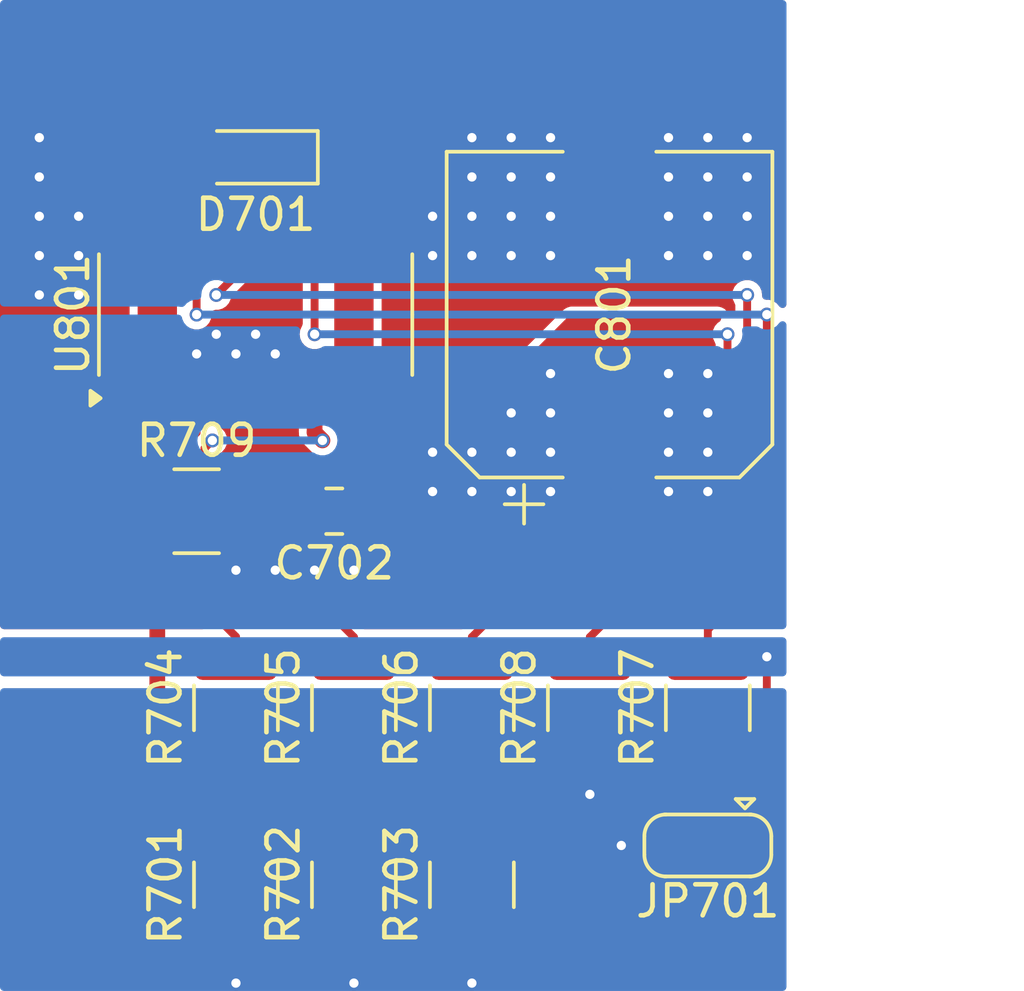
<source format=kicad_pcb>
(kicad_pcb (version 20240108) (generator "pcbnew") (generator_version "8.0")
  (layers (0 "F.Cu" mixed) (31 "B.Cu" mixed) (34 "B.Paste" user) (35 "F.Paste" user) (36 "B.SilkS" user "B.Silkscreen") (37 "F.SilkS" user "F.Silkscreen") (38 "B.Mask" user) (39 "F.Mask" user) (44 "Edge.Cuts" user))
  (net 0 "")
  (net 1 "GND")
  (net 2 "/VCC")
  (net 3 "/OUT_A")
  (net 4 "/OUT_B")
  (net 5 "+5VA_full-bridge")
  (net 6 "/sel0_in")
  (net 7 "/IN_A")
  (net 8 "/IN_B")
  (net 9 "/PWM")
  (net 10 "/in_a")
  (net 11 "/in_b")
  (net 12 "/pwm")
  (net 13 "/sel0")
  (net 14 "/cs")
  (footprint "enclosure:R_1210_3225Metric_Pad1.30x2.65mm_HandSolder" (layer "F.Cu") (at 58.42 69.85 90)
    (property "Reference" "R704" (at 0 -2.28 -90) (layer "F.SilkS"))
    (property "Value" "1k")
    (fp_line (start -0.723737 -1.355) (end 0.723737 -1.355) (stroke (width 0.12)) (layer "F.SilkS"))
    (fp_line (start -0.723737 1.355) (end 0.723737 1.355) (stroke (width 0.12)) (layer "F.SilkS"))
    (pad "1" smd roundrect (at -1.55 0 90) (size 1.3 2.65) (layers "F.Cu" "F.Paste" "F.Mask") (roundrect_rratio 0.192308) (net 7 "/IN_A"))
    (pad "2" smd roundrect (at 1.55 0 90) (size 1.3 2.65) (layers "F.Cu" "F.Paste" "F.Mask") (roundrect_rratio 0.192308) (net 10 "/in_a"))
  )
  (footprint "enclosure:R_1210_3225Metric_Pad1.30x2.65mm_HandSolder" (layer "F.Cu") (at 66.04 69.85 90)
    (property "Reference" "R706" (at 0 -2.28 -90) (layer "F.SilkS"))
    (property "Value" "1k")
    (fp_line (start -0.723737 -1.355) (end 0.723737 -1.355) (stroke (width 0.12)) (layer "F.SilkS"))
    (fp_line (start -0.723737 1.355) (end 0.723737 1.355) (stroke (width 0.12)) (layer "F.SilkS"))
    (pad "1" smd roundrect (at -1.55 0 90) (size 1.3 2.65) (layers "F.Cu" "F.Paste" "F.Mask") (roundrect_rratio 0.192308) (net 9 "/PWM"))
    (pad "2" smd roundrect (at 1.55 0 90) (size 1.3 2.65) (layers "F.Cu" "F.Paste" "F.Mask") (roundrect_rratio 0.192308) (net 12 "/pwm"))
  )
  (footprint "enclosure:SO-16_3.9x9.9mm_P1.27mm" (layer "F.Cu") (at 59.055 57.15 90)
    (property "Reference" "U801" (at 0 -5.9 -90) (layer "F.SilkS"))
    (property "Value" "VNH7070ASTR")
    (fp_line (start 0 -5.06) (end 1.95 -5.06) (stroke (width 0.12)) (layer "F.SilkS"))
    (fp_line (start 0 -5.06) (end -1.95 -5.06) (stroke (width 0.12)) (layer "F.SilkS"))
    (fp_line (start 0 5.06) (end 1.95 5.06) (stroke (width 0.12)) (layer "F.SilkS"))
    (fp_line (start 0 5.06) (end -1.95 5.06) (stroke (width 0.12)) (layer "F.SilkS"))
    (fp_poly (pts (xy -2.7 -5.005) (xy -2.94 -5.335) (xy -2.46 -5.335) (xy -2.7 -5.005)) (stroke (width 0.12)) (fill solid) (layer "F.SilkS"))
    (pad "1" smd roundrect (at -2.575 -4.445 90) (size 1.75 0.6) (layers "F.Cu" "F.Paste" "F.Mask") (net 1 "GND"))
    (pad "2" smd roundrect (at -2.575 -3.175 90) (size 1.75 0.6) (layers "F.Cu" "F.Paste" "F.Mask") (net 3 "/OUT_A"))
    (pad "3" smd roundrect (at -2.575 -1.905 90) (size 1.75 0.6) (layers "F.Cu" "F.Paste" "F.Mask") (net 10 "/in_a"))
    (pad "4" smd roundrect (at -2.575 -0.635 90) (size 1.75 0.6) (layers "F.Cu" "F.Paste" "F.Mask") (net 2 "/VCC"))
    (pad "5" smd roundrect (at -2.575 0.635 90) (size 1.75 0.6) (layers "F.Cu" "F.Paste" "F.Mask") (net 2 "/VCC"))
    (pad "6" smd roundrect (at -2.575 1.905 90) (size 1.75 0.6) (layers "F.Cu" "F.Paste" "F.Mask") (net 11 "/in_b"))
    (pad "7" smd roundrect (at -2.575 3.175 90) (size 1.75 0.6) (layers "F.Cu" "F.Paste" "F.Mask") (net 4 "/OUT_B"))
    (pad "8" smd roundrect (at -2.575 4.445 90) (size 1.75 0.6) (layers "F.Cu" "F.Paste" "F.Mask") (net 1 "GND"))
    (pad "9" smd roundrect (at 2.575 4.445 90) (size 1.75 0.6) (layers "F.Cu" "F.Paste" "F.Mask") (net 1 "GND"))
    (pad "10" smd roundrect (at 2.575 3.175 90) (size 1.75 0.6) (layers "F.Cu" "F.Paste" "F.Mask") (net 4 "/OUT_B"))
    (pad "11" smd roundrect (at 2.575 1.905 90) (size 1.75 0.6) (layers "F.Cu" "F.Paste" "F.Mask") (net 12 "/pwm"))
    (pad "12" smd roundrect (at 2.575 0.635 90) (size 1.75 0.6) (layers "F.Cu" "F.Paste" "F.Mask") (net 2 "/VCC"))
    (pad "13" smd roundrect (at 2.575 -0.635 90) (size 1.75 0.6) (layers "F.Cu" "F.Paste" "F.Mask") (net 14 "/cs"))
    (pad "14" smd roundrect (at 2.575 -1.905 90) (size 1.75 0.6) (layers "F.Cu" "F.Paste" "F.Mask") (net 13 "/sel0"))
    (pad "15" smd roundrect (at 2.575 -3.175 90) (size 1.75 0.6) (layers "F.Cu" "F.Paste" "F.Mask") (net 3 "/OUT_A"))
    (pad "16" smd roundrect (at 2.575 -4.445 90) (size 1.75 0.6) (layers "F.Cu" "F.Paste" "F.Mask") (net 1 "GND"))
  )
  (footprint "enclosure:R_1210_3225Metric_Pad1.30x2.65mm_HandSolder" (layer "F.Cu") (at 69.85 69.85 90)
    (property "Reference" "R708" (at 0 -2.28 -90) (layer "F.SilkS"))
    (property "Value" "1k")
    (fp_line (start -0.723737 -1.355) (end 0.723737 -1.355) (stroke (width 0.12)) (layer "F.SilkS"))
    (fp_line (start -0.723737 1.355) (end 0.723737 1.355) (stroke (width 0.12)) (layer "F.SilkS"))
    (pad "1" smd roundrect (at -1.55 0 90) (size 1.3 2.65) (layers "F.Cu" "F.Paste" "F.Mask") (roundrect_rratio 0.192308) (net 1 "GND"))
    (pad "2" smd roundrect (at 1.55 0 90) (size 1.3 2.65) (layers "F.Cu" "F.Paste" "F.Mask") (roundrect_rratio 0.192308) (net 14 "/cs"))
  )
  (footprint "enclosure:R_1210_3225Metric_Pad1.30x2.65mm_HandSolder" (layer "F.Cu") (at 66.04 75.565 90)
    (property "Reference" "R703" (at 0 -2.28 -90) (layer "F.SilkS"))
    (property "Value" "1M")
    (fp_line (start -0.723737 -1.355) (end 0.723737 -1.355) (stroke (width 0.12)) (layer "F.SilkS"))
    (fp_line (start -0.723737 1.355) (end 0.723737 1.355) (stroke (width 0.12)) (layer "F.SilkS"))
    (pad "1" smd roundrect (at -1.55 0 90) (size 1.3 2.65) (layers "F.Cu" "F.Paste" "F.Mask") (roundrect_rratio 0.192308) (net 1 "GND"))
    (pad "2" smd roundrect (at 1.55 0 90) (size 1.3 2.65) (layers "F.Cu" "F.Paste" "F.Mask") (roundrect_rratio 0.192308) (net 9 "/PWM"))
  )
  (footprint "enclosure:R_1210_3225Metric_Pad1.30x2.65mm_HandSolder" (layer "F.Cu") (at 62.23 69.85 90)
    (property "Reference" "R705" (at 0 -2.28 -90) (layer "F.SilkS"))
    (property "Value" "1k")
    (fp_line (start -0.723737 -1.355) (end 0.723737 -1.355) (stroke (width 0.12)) (layer "F.SilkS"))
    (fp_line (start -0.723737 1.355) (end 0.723737 1.355) (stroke (width 0.12)) (layer "F.SilkS"))
    (pad "1" smd roundrect (at -1.55 0 90) (size 1.3 2.65) (layers "F.Cu" "F.Paste" "F.Mask") (roundrect_rratio 0.192308) (net 8 "/IN_B"))
    (pad "2" smd roundrect (at 1.55 0 90) (size 1.3 2.65) (layers "F.Cu" "F.Paste" "F.Mask") (roundrect_rratio 0.192308) (net 11 "/in_b"))
  )
  (footprint "enclosure:CP_Elec_10x10" (layer "F.Cu") (at 70.485 57.15 90)
    (property "Reference" "C801" (at 0 0.15 -90) (layer "F.SilkS"))
    (property "Value" "470u")
    (fp_line (start 5.26 -5.26) (end 5.26 -1.51) (stroke (width 0.12)) (layer "F.SilkS"))
    (fp_line (start -4.195563 -5.26) (end 5.26 -5.26) (stroke (width 0.12)) (layer "F.SilkS"))
    (fp_line (start -5.26 -4.195563) (end -4.195563 -5.26) (stroke (width 0.12)) (layer "F.SilkS"))
    (fp_line (start -5.26 -4.195563) (end -5.26 -1.51) (stroke (width 0.12)) (layer "F.SilkS"))
    (fp_line (start -6.125 -3.385) (end -6.125 -2.135) (stroke (width 0.12)) (layer "F.SilkS"))
    (fp_line (start -6.75 -2.76) (end -5.5 -2.76) (stroke (width 0.12)) (layer "F.SilkS"))
    (fp_line (start -5.26 4.195563) (end -5.26 1.51) (stroke (width 0.12)) (layer "F.SilkS"))
    (fp_line (start -5.26 4.195563) (end -4.195563 5.26) (stroke (width 0.12)) (layer "F.SilkS"))
    (fp_line (start 5.26 5.26) (end 5.26 1.51) (stroke (width 0.12)) (layer "F.SilkS"))
    (fp_line (start -4.195563 5.26) (end 5.26 5.26) (stroke (width 0.12)) (layer "F.SilkS"))
    (pad "1" smd roundrect (at -4 0 90) (size 4 2.5) (layers "F.Cu" "F.Paste" "F.Mask") (roundrect_rratio 0.1) (net 2 "/VCC"))
    (pad "2" smd roundrect (at 4 0 90) (size 4 2.5) (layers "F.Cu" "F.Paste" "F.Mask") (roundrect_rratio 0.1) (net 1 "GND"))
  )
  (footprint "enclosure:R_1210_3225Metric_Pad1.30x2.65mm_HandSolder" (layer "F.Cu") (at 62.23 75.565 90)
    (property "Reference" "R702" (at 0 -2.28 -90) (layer "F.SilkS"))
    (property "Value" "1M")
    (fp_line (start -0.723737 -1.355) (end 0.723737 -1.355) (stroke (width 0.12)) (layer "F.SilkS"))
    (fp_line (start -0.723737 1.355) (end 0.723737 1.355) (stroke (width 0.12)) (layer "F.SilkS"))
    (pad "1" smd roundrect (at -1.55 0 90) (size 1.3 2.65) (layers "F.Cu" "F.Paste" "F.Mask") (roundrect_rratio 0.192308) (net 1 "GND"))
    (pad "2" smd roundrect (at 1.55 0 90) (size 1.3 2.65) (layers "F.Cu" "F.Paste" "F.Mask") (roundrect_rratio 0.192308) (net 8 "/IN_B"))
  )
  (footprint "enclosure:D_SOD-323_HandSoldering" (layer "F.Cu") (at 59.055 52.07 180)
    (property "Reference" "D701" (at 0 -1.85 180) (layer "F.SilkS"))
    (property "Value" "D_TVS")
    (fp_line (start -2.01 0.85) (end 1.25 0.85) (stroke (width 0.12)) (layer "F.SilkS"))
    (fp_line (start -2.01 -0.85) (end 1.25 -0.85) (stroke (width 0.12)) (layer "F.SilkS"))
    (fp_line (start -2.01 -0.85) (end -2.01 0.85) (stroke (width 0.12)) (layer "F.SilkS"))
    (pad "1" smd roundrect (at -1.25 0 180) (size 1 1) (layers "F.Cu" "F.Paste" "F.Mask") (net 4 "/OUT_B"))
    (pad "2" smd roundrect (at 1.25 0 180) (size 1 1) (layers "F.Cu" "F.Paste" "F.Mask") (net 3 "/OUT_A"))
  )
  (footprint "enclosure:C_0805_2012Metric_Pad1.18x1.45mm_HandSolder" (layer "F.Cu") (at 61.595 63.5 180)
    (property "Reference" "C702" (at 0 -1.68 180) (layer "F.SilkS"))
    (property "Value" "100n")
    (fp_line (start -0.261252 0.735) (end 0.261252 0.735) (stroke (width 0.12)) (layer "F.SilkS"))
    (fp_line (start -0.261252 -0.735) (end 0.261252 -0.735) (stroke (width 0.12)) (layer "F.SilkS"))
    (pad "1" smd roundrect (at -1.0375 0 180) (size 1.175 1.45) (layers "F.Cu" "F.Paste" "F.Mask") (roundrect_rratio 0.212766) (net 1 "GND"))
    (pad "2" smd roundrect (at 1.0375 0 180) (size 1.175 1.45) (layers "F.Cu" "F.Paste" "F.Mask") (roundrect_rratio 0.212766) (net 2 "/VCC"))
  )
  (footprint "enclosure:R_1210_3225Metric_Pad1.30x2.65mm_HandSolder" (layer "F.Cu") (at 58.42 75.565 90)
    (property "Reference" "R701" (at 0 -2.28 -90) (layer "F.SilkS"))
    (property "Value" "1M")
    (fp_line (start -0.723737 -1.355) (end 0.723737 -1.355) (stroke (width 0.12)) (layer "F.SilkS"))
    (fp_line (start -0.723737 1.355) (end 0.723737 1.355) (stroke (width 0.12)) (layer "F.SilkS"))
    (pad "1" smd roundrect (at -1.55 0 90) (size 1.3 2.65) (layers "F.Cu" "F.Paste" "F.Mask") (roundrect_rratio 0.192308) (net 1 "GND"))
    (pad "2" smd roundrect (at 1.55 0 90) (size 1.3 2.65) (layers "F.Cu" "F.Paste" "F.Mask") (roundrect_rratio 0.192308) (net 7 "/IN_A"))
  )
  (footprint "enclosure:SolderJumper-3_P1.3mm_Bridged12-Soldermask-Paste_RoundedPad1.0x1.5mm" (layer "F.Cu") (at 73.66 74.295 180)
    (property "Reference" "JP701" (at 0 -1.8 180) (layer "F.SilkS"))
    (property "Value" "SolderJumper_3_Bridged12")
    (fp_line (start 2.05 -0.3) (end 2.05 0.3) (stroke (width 0.12)) (layer "F.SilkS"))
    (fp_line (start 1.4 1) (end -1.4 1) (stroke (width 0.12)) (layer "F.SilkS"))
    (fp_line (start -1.2 1.2) (end -0.9 1.5) (stroke (width 0.12)) (layer "F.SilkS"))
    (fp_line (start -1.2 1.2) (end -1.5 1.5) (stroke (width 0.12)) (layer "F.SilkS"))
    (fp_line (start -1.4 -1) (end 1.4 -1) (stroke (width 0.12)) (layer "F.SilkS"))
    (fp_line (start -1.5 1.5) (end -0.9 1.5) (stroke (width 0.12)) (layer "F.SilkS"))
    (fp_line (start -2.05 0.3) (end -2.05 -0.3) (stroke (width 0.12)) (layer "F.SilkS"))
    (fp_arc (start 2.05 0.3) (mid 1.844975 0.794975) (end 1.35 1) (stroke (width 0.12)) (layer "F.SilkS"))
    (fp_arc (start 1.35 -1) (mid 1.844975 -0.794975) (end 2.05 -0.3) (stroke (width 0.12)) (layer "F.SilkS"))
    (fp_arc (start -1.35 1) (mid -1.844975 0.794975) (end -2.05 0.3) (stroke (width 0.12)) (layer "F.SilkS"))
    (fp_arc (start -2.05 -0.3) (mid -1.844975 -0.794975) (end -1.35 -1) (stroke (width 0.12)) (layer "F.SilkS"))
    (pad "1" smd custom (at -1.3 0 180) (size 1 0.5) (layers "F.Cu" "F.Paste" "F.Mask") (net 5 "+5VA_full-bridge") (options (clearance outline) (anchor rect)) (primitives (gr_circle (center 0 0.25) (end 0.5 0.25) (width 0) (fill yes)) (gr_circle (center 0 -0.25) (end 0.5 -0.25) (width 0) (fill yes)) (gr_poly (pts (xy 0.55 0.75) (xy 0 0.75) (xy 0 -0.75) (xy 0.55 -0.75)) (width 0) (fill yes))))
    (pad "2" smd rect (at 0 0 180) (size 1 1.5) (layers "F.Cu" "F.Paste" "F.Mask") (net 6 "/sel0_in"))
    (pad "3" smd custom (at 1.3 0 180) (size 1 0.5) (layers "F.Cu" "F.Mask") (net 1 "GND") (options (clearance outline) (anchor rect)) (primitives (gr_circle (center 0 0.25) (end 0.5 0.25) (width 0) (fill yes)) (gr_circle (center 0 -0.25) (end 0.5 -0.25) (width 0) (fill yes)) (gr_poly (pts (xy 0 0.75) (xy -0.55 0.75) (xy -0.55 -0.75) (xy 0 -0.75)) (width 0) (fill yes))))
  )
  (footprint "enclosure:R_1210_3225Metric_Pad1.30x2.65mm_HandSolder" (layer "F.Cu") (at 73.66 69.85 90)
    (property "Reference" "R707" (at 0 -2.28 -90) (layer "F.SilkS"))
    (property "Value" "1k")
    (fp_line (start -0.723737 -1.355) (end 0.723737 -1.355) (stroke (width 0.12)) (layer "F.SilkS"))
    (fp_line (start -0.723737 1.355) (end 0.723737 1.355) (stroke (width 0.12)) (layer "F.SilkS"))
    (pad "1" smd roundrect (at -1.55 0 90) (size 1.3 2.65) (layers "F.Cu" "F.Paste" "F.Mask") (roundrect_rratio 0.192308) (net 6 "/sel0_in"))
    (pad "2" smd roundrect (at 1.55 0 90) (size 1.3 2.65) (layers "F.Cu" "F.Paste" "F.Mask") (roundrect_rratio 0.192308) (net 13 "/sel0"))
  )
  (footprint "enclosure:R_1210_3225Metric_Pad1.30x2.65mm_HandSolder" (layer "F.Cu") (at 57.15 63.5)
    (property "Reference" "R709" (at 0 -2.28 0) (layer "F.SilkS"))
    (property "Value" "10k")
    (fp_line (start -0.723737 -1.355) (end 0.723737 -1.355) (stroke (width 0.12)) (layer "F.SilkS"))
    (fp_line (start -0.723737 1.355) (end 0.723737 1.355) (stroke (width 0.12)) (layer "F.SilkS"))
    (pad "1" smd roundrect (at -1.55 0) (size 1.3 2.65) (layers "F.Cu" "F.Paste" "F.Mask") (roundrect_rratio 0.192308) (net 3 "/OUT_A"))
    (pad "2" smd roundrect (at 1.55 0) (size 1.3 2.65) (layers "F.Cu" "F.Paste" "F.Mask") (roundrect_rratio 0.192308) (net 2 "/VCC"))
  )
  (segment (start 66.04 77.115) (end 66.04 78.74) (width 0.508) (layer "F.Cu") (net 1))
  (segment (start 72.36 74.295) (end 70.866 74.295) (width 0.508) (layer "F.Cu") (net 1))
  (segment (start 63.5 54.575) (end 63.5 59.725) (width 0.508) (layer "F.Cu") (net 1))
  (segment (start 63.5 59.725) (end 63.5 60.96) (width 0.508) (layer "F.Cu") (net 1))
  (segment (start 58.42 77.115) (end 58.42 78.74) (width 0.508) (layer "F.Cu") (net 1))
  (segment (start 62.6325 61.8275) (end 62.6325 63.5) (width 0.508) (layer "F.Cu") (net 1))
  (segment (start 69.85 71.4) (end 69.85 72.644) (width 0.508) (layer "F.Cu") (net 1))
  (segment (start 62.23 77.115) (end 62.23 78.74) (width 0.508) (layer "F.Cu") (net 1))
  (segment (start 63.5 60.96) (end 62.6325 61.8275) (width 0.508) (layer "F.Cu") (net 1))
  (segment (start 53.975 64.77) (end 55.88 66.675) (width 0.508) (layer "F.Cu") (net 1))
  (segment (start 55.88 66.675) (end 55.88 76.2) (width 0.508) (layer "F.Cu") (net 1))
  (segment (start 55.88 76.2) (end 56.795 77.115) (width 0.508) (layer "F.Cu") (net 1))
  (segment (start 53.975 62.23) (end 53.975 64.77) (width 0.508) (layer "F.Cu") (net 1))
  (segment (start 54.61 59.725) (end 54.61 54.575) (width 0.508) (layer "F.Cu") (net 1))
  (segment (start 54.61 59.725) (end 54.61 61.595) (width 0.508) (layer "F.Cu") (net 1))
  (segment (start 54.61 61.595) (end 53.975 62.23) (width 0.508) (layer "F.Cu") (net 1))
  (segment (start 56.795 77.115) (end 58.42 77.115) (width 0.508) (layer "F.Cu") (net 1))
  (via (at 72.39 51.435) (size 0.45) (drill 0.3) (layers "F.Cu" "B.Cu") (net 1))
  (via (at 53.34 53.975) (size 0.45) (drill 0.3) (layers "F.Cu" "B.Cu") (net 1))
  (via (at 72.39 55.245) (size 0.45) (drill 0.3) (layers "F.Cu" "B.Cu") (net 1))
  (via (at 67.31 51.435) (size 0.45) (drill 0.3) (layers "F.Cu" "B.Cu") (net 1))
  (via (at 73.66 52.705) (size 0.45) (drill 0.3) (layers "F.Cu" "B.Cu") (net 1))
  (via (at 68.58 51.435) (size 0.45) (drill 0.3) (layers "F.Cu" "B.Cu") (net 1))
  (via (at 67.31 53.975) (size 0.45) (drill 0.3) (layers "F.Cu" "B.Cu") (net 1))
  (via (at 74.93 51.435) (size 0.45) (drill 0.3) (layers "F.Cu" "B.Cu") (net 1))
  (via (at 52.07 55.245) (size 0.45) (drill 0.3) (layers "F.Cu" "B.Cu") (net 1))
  (via (at 64.77 55.245) (size 0.45) (drill 0.3) (layers "F.Cu" "B.Cu") (net 1))
  (via (at 53.34 56.515) (size 0.45) (drill 0.3) (layers "F.Cu" "B.Cu") (net 1))
  (via (at 58.42 78.74) (size 0.45) (drill 0.3) (layers "F.Cu" "B.Cu") (net 1))
  (via (at 69.85 72.644) (size 0.45) (drill 0.3) (layers "F.Cu" "B.Cu") (net 1))
  (via (at 74.93 53.975) (size 0.45) (drill 0.3) (layers "F.Cu" "B.Cu") (net 1))
  (via (at 70.866 74.295) (size 0.45) (drill 0.3) (layers "F.Cu" "B.Cu") (net 1))
  (via (at 73.66 53.975) (size 0.45) (drill 0.3) (layers "F.Cu" "B.Cu") (net 1))
  (via (at 74.93 52.705) (size 0.45) (drill 0.3) (layers "F.Cu" "B.Cu") (net 1))
  (via (at 62.23 78.74) (size 0.45) (drill 0.3) (layers "F.Cu" "B.Cu") (net 1))
  (via (at 52.07 53.975) (size 0.45) (drill 0.3) (layers "F.Cu" "B.Cu") (net 1))
  (via (at 53.34 55.245) (size 0.45) (drill 0.3) (layers "F.Cu" "B.Cu") (net 1))
  (via (at 68.58 53.975) (size 0.45) (drill 0.3) (layers "F.Cu" "B.Cu") (net 1))
  (via (at 66.04 53.975) (size 0.45) (drill 0.3) (layers "F.Cu" "B.Cu") (net 1))
  (via (at 66.04 52.705) (size 0.45) (drill 0.3) (layers "F.Cu" "B.Cu") (net 1))
  (via (at 73.66 51.435) (size 0.45) (drill 0.3) (layers "F.Cu" "B.Cu") (net 1))
  (via (at 52.07 51.435) (size 0.45) (drill 0.3) (layers "F.Cu" "B.Cu") (net 1))
  (via (at 66.04 55.245) (size 0.45) (drill 0.3) (layers "F.Cu" "B.Cu") (net 1))
  (via (at 52.07 52.705) (size 0.45) (drill 0.3) (layers "F.Cu" "B.Cu") (net 1))
  (via (at 52.07 56.515) (size 0.45) (drill 0.3) (layers "F.Cu" "B.Cu") (net 1))
  (via (at 68.58 55.245) (size 0.45) (drill 0.3) (layers "F.Cu" "B.Cu") (net 1))
  (via (at 67.31 52.705) (size 0.45) (drill 0.3) (layers "F.Cu" "B.Cu") (net 1))
  (via (at 64.77 53.975) (size 0.45) (drill 0.3) (layers "F.Cu" "B.Cu") (net 1))
  (via (at 66.04 51.435) (size 0.45) (drill 0.3) (layers "F.Cu" "B.Cu") (net 1))
  (via (at 72.39 52.705) (size 0.45) (drill 0.3) (layers "F.Cu" "B.Cu") (net 1))
  (via (at 67.31 55.245) (size 0.45) (drill 0.3) (layers "F.Cu" "B.Cu") (net 1))
  (via (at 73.66 55.245) (size 0.45) (drill 0.3) (layers "F.Cu" "B.Cu") (net 1))
  (via (at 68.58 52.705) (size 0.45) (drill 0.3) (layers "F.Cu" "B.Cu") (net 1))
  (via (at 66.04 78.74) (size 0.45) (drill 0.3) (layers "F.Cu" "B.Cu") (net 1))
  (via (at 72.39 53.975) (size 0.45) (drill 0.3) (layers "F.Cu" "B.Cu") (net 1))
  (via (at 74.93 55.245) (size 0.45) (drill 0.3) (layers "F.Cu" "B.Cu") (net 1))
  (segment (start 59.69 57.15) (end 59.69 54.575) (width 0.508) (layer "F.Cu") (net 2))
  (segment (start 58.42 59.725) (end 58.42 58.42) (width 0.508) (layer "F.Cu") (net 2))
  (segment (start 59.69 60.96) (end 59.69 59.725) (width 0.508) (layer "F.Cu") (net 2))
  (segment (start 58.7 63.5) (end 58.7 61.24) (width 0.508) (layer "F.Cu") (net 2))
  (segment (start 59.055 57.785) (end 59.69 57.15) (width 0.508) (layer "F.Cu") (net 2))
  (segment (start 58.42 60.96) (end 58.42 59.725) (width 0.508) (layer "F.Cu") (net 2))
  (segment (start 58.42 58.42) (end 59.055 57.785) (width 0.508) (layer "F.Cu") (net 2))
  (segment (start 58.7 61.24) (end 58.42 60.96) (width 0.508) (layer "F.Cu") (net 2))
  (segment (start 59.69 59.725) (end 59.69 58.42) (width 0.508) (layer "F.Cu") (net 2))
  (segment (start 60.5575 63.5) (end 60.5575 61.8275) (width 0.508) (layer "F.Cu") (net 2))
  (segment (start 60.5575 61.8275) (end 59.69 60.96) (width 0.508) (layer "F.Cu") (net 2))
  (segment (start 58.7 63.5) (end 60.5575 63.5) (width 0.508) (layer "F.Cu") (net 2))
  (segment (start 59.69 58.42) (end 59.69 57.15) (width 0.508) (layer "F.Cu") (net 2))
  (via (at 68.58 60.325) (size 0.45) (drill 0.3) (layers "F.Cu" "B.Cu") (net 2))
  (via (at 68.58 62.865) (size 0.45) (drill 0.3) (layers "F.Cu" "B.Cu") (net 2))
  (via (at 72.39 60.325) (size 0.45) (drill 0.3) (layers "F.Cu" "B.Cu") (net 2))
  (via (at 67.31 62.865) (size 0.45) (drill 0.3) (layers "F.Cu" "B.Cu") (net 2))
  (via (at 57.785 57.785) (size 0.45) (drill 0.3) (layers "F.Cu" "B.Cu") (net 2))
  (via (at 73.66 61.595) (size 0.45) (drill 0.3) (layers "F.Cu" "B.Cu") (net 2))
  (via (at 57.15 58.42) (size 0.45) (drill 0.3) (layers "F.Cu" "B.Cu") (net 2))
  (via (at 67.31 60.325) (size 0.45) (drill 0.3) (layers "F.Cu" "B.Cu") (net 2))
  (via (at 66.04 61.595) (size 0.45) (drill 0.3) (layers "F.Cu" "B.Cu") (net 2))
  (via (at 58.42 58.42) (size 0.45) (drill 0.3) (layers "F.Cu" "B.Cu") (net 2))
  (via (at 67.31 61.595) (size 0.45) (drill 0.3) (layers "F.Cu" "B.Cu") (net 2))
  (via (at 73.66 59.055) (size 0.45) (drill 0.3) (layers "F.Cu" "B.Cu") (net 2))
  (via (at 68.58 61.595) (size 0.45) (drill 0.3) (layers "F.Cu" "B.Cu") (net 2))
  (via (at 73.66 60.325) (size 0.45) (drill 0.3) (layers "F.Cu" "B.Cu") (net 2))
  (via (at 59.055 57.785) (size 0.45) (drill 0.3) (layers "F.Cu" "B.Cu") (net 2))
  (via (at 59.69 65.405) (size 0.45) (drill 0.3) (layers "F.Cu" "B.Cu") (net 2))
  (via (at 58.42 65.405) (size 0.45) (drill 0.3) (layers "F.Cu" "B.Cu") (net 2))
  (via (at 60.96 65.405) (size 0.45) (drill 0.3) (layers "F.Cu" "B.Cu") (net 2))
  (via (at 64.77 61.595) (size 0.45) (drill 0.3) (layers "F.Cu" "B.Cu") (net 2))
  (via (at 62.23 65.405) (size 0.45) (drill 0.3) (layers "F.Cu" "B.Cu") (net 2))
  (via (at 72.39 61.595) (size 0.45) (drill 0.3) (layers "F.Cu" "B.Cu") (net 2))
  (via (at 68.58 59.055) (size 0.45) (drill 0.3) (layers "F.Cu" "B.Cu") (net 2))
  (via (at 72.39 59.055) (size 0.45) (drill 0.3) (layers "F.Cu" "B.Cu") (net 2))
  (via (at 59.69 58.42) (size 0.45) (drill 0.3) (layers "F.Cu" "B.Cu") (net 2))
  (via (at 73.66 62.865) (size 0.45) (drill 0.3) (layers "F.Cu" "B.Cu") (net 2))
  (via (at 72.39 62.865) (size 0.45) (drill 0.3) (layers "F.Cu" "B.Cu") (net 2))
  (via (at 64.77 62.865) (size 0.45) (drill 0.3) (layers "F.Cu" "B.Cu") (net 2))
  (via (at 66.04 62.865) (size 0.45) (drill 0.3) (layers "F.Cu" "B.Cu") (net 2))
  (segment (start 55.88 54.575) (end 55.88 52.705) (width 0.508) (layer "F.Cu") (net 3))
  (segment (start 56.515 52.07) (end 57.805 52.07) (width 0.508) (layer "F.Cu") (net 3))
  (segment (start 55.88 59.725) (end 55.88 54.575) (width 0.508) (layer "F.Cu") (net 3))
  (segment (start 55.88 60.96) (end 55.6 61.24) (width 0.508) (layer "F.Cu") (net 3))
  (segment (start 55.88 52.705) (end 56.515 52.07) (width 0.508) (layer "F.Cu") (net 3))
  (segment (start 55.6 61.24) (end 55.6 63.5) (width 0.508) (layer "F.Cu") (net 3))
  (segment (start 55.88 59.725) (end 55.88 60.96) (width 0.508) (layer "F.Cu") (net 3))
  (segment (start 61.595 52.07) (end 60.305 52.07) (width 0.508) (layer "F.Cu") (net 4))
  (segment (start 62.23 59.725) (end 62.23 54.575) (width 0.508) (layer "F.Cu") (net 4))
  (segment (start 62.23 54.575) (end 62.23 52.705) (width 0.508) (layer "F.Cu") (net 4))
  (segment (start 62.23 52.705) (end 61.595 52.07) (width 0.508) (layer "F.Cu") (net 4))
  (segment (start 75.565 68.199) (end 75.565 73.69) (width 0.254) (layer "F.Cu") (net 5))
  (segment (start 75.565 73.69) (end 74.96 74.295) (width 0.254) (layer "F.Cu") (net 5))
  (via (at 75.565 68.199) (size 0.45) (drill 0.3) (layers "F.Cu" "B.Cu") (net 5))
  (segment (start 73.66 71.4) (end 73.66 74.295) (width 0.508) (layer "F.Cu") (net 6))
  (segment (start 58.42 71.4) (end 58.42 74.015) (width 0.508) (layer "F.Cu") (net 7))
  (segment (start 62.23 71.4) (end 62.23 74.015) (width 0.508) (layer "F.Cu") (net 8))
  (segment (start 66.04 71.4) (end 66.04 74.015) (width 0.508) (layer "F.Cu") (net 9))
  (segment (start 57.15 60.96) (end 56.896 61.214) (width 0.254) (layer "F.Cu") (net 10))
  (segment (start 57.15 59.725) (end 57.15 60.96) (width 0.254) (layer "F.Cu") (net 10))
  (segment (start 56.896 61.214) (end 56.896 66.027) (width 0.254) (layer "F.Cu") (net 10))
  (segment (start 58.42 67.551) (end 58.42 68.3) (width 0.254) (layer "F.Cu") (net 10))
  (segment (start 56.896 66.027) (end 58.42 67.551) (width 0.254) (layer "F.Cu") (net 10))
  (segment (start 57.658 61.214) (end 57.404 61.468) (width 0.254) (layer "F.Cu") (net 11))
  (segment (start 58.674 67.056) (end 61.722 67.056) (width 0.254) (layer "F.Cu") (net 11))
  (segment (start 60.96 59.725) (end 60.96 60.96) (width 0.508) (layer "F.Cu") (net 11))
  (segment (start 57.404 61.468) (end 57.404 65.786) (width 0.254) (layer "F.Cu") (net 11))
  (segment (start 61.722 67.056) (end 62.23 67.564) (width 0.254) (layer "F.Cu") (net 11))
  (segment (start 60.96 60.96) (end 61.214 61.214) (width 0.508) (layer "F.Cu") (net 11))
  (segment (start 57.404 65.786) (end 58.674 67.056) (width 0.254) (layer "F.Cu") (net 11))
  (segment (start 62.23 67.564) (end 62.23 68.3) (width 0.254) (layer "F.Cu") (net 11))
  (via (at 57.658 61.214) (size 0.45) (drill 0.3) (layers "F.Cu" "B.Cu") (net 11))
  (via (at 61.214 61.214) (size 0.45) (drill 0.3) (layers "F.Cu" "B.Cu") (net 11))
  (segment (start 61.214 61.214) (end 57.658 61.214) (width 0.254) (layer "B.Cu") (net 11))
  (segment (start 72.644 66.294) (end 74.295 64.643) (width 0.254) (layer "F.Cu") (net 12))
  (segment (start 74.295 64.643) (end 74.295 57.785) (width 0.254) (layer "F.Cu") (net 12))
  (segment (start 60.96 54.575) (end 60.96 57.785) (width 0.254) (layer "F.Cu") (net 12))
  (segment (start 67.31 66.294) (end 72.644 66.294) (width 0.254) (layer "F.Cu") (net 12))
  (segment (start 66.04 67.564) (end 67.31 66.294) (width 0.254) (layer "F.Cu") (net 12))
  (segment (start 66.04 68.3) (end 66.04 67.564) (width 0.254) (layer "F.Cu") (net 12))
  (via (at 74.295 57.785) (size 0.45) (drill 0.3) (layers "F.Cu" "B.Cu") (net 12))
  (via (at 60.96 57.785) (size 0.45) (drill 0.3) (layers "F.Cu" "B.Cu") (net 12))
  (segment (start 60.96 57.785) (end 74.295 57.785) (width 0.254) (layer "B.Cu") (net 12))
  (segment (start 57.15 54.575) (end 57.15 57.15) (width 0.254) (layer "F.Cu") (net 13))
  (segment (start 73.66 67.321578) (end 73.66 68.3) (width 0.254) (layer "F.Cu") (net 13))
  (segment (start 75.565 65.416578) (end 73.66 67.321578) (width 0.254) (layer "F.Cu") (net 13))
  (segment (start 75.565 57.15) (end 75.565 65.416578) (width 0.254) (layer "F.Cu") (net 13))
  (via (at 75.565 57.15) (size 0.45) (drill 0.3) (layers "F.Cu" "B.Cu") (net 13))
  (via (at 57.15 57.15) (size 0.45) (drill 0.3) (layers "F.Cu" "B.Cu") (net 13))
  (segment (start 57.15 57.15) (end 75.565 57.15) (width 0.254) (layer "B.Cu") (net 13))
  (segment (start 69.85 68.3) (end 69.85 67.564) (width 0.254) (layer "F.Cu") (net 14))
  (segment (start 72.898 67.056) (end 74.93 65.024) (width 0.254) (layer "F.Cu") (net 14))
  (segment (start 74.93 65.024) (end 74.93 56.515) (width 0.254) (layer "F.Cu") (net 14))
  (segment (start 69.85 67.564) (end 70.358 67.056) (width 0.254) (layer "F.Cu") (net 14))
  (segment (start 58.42 55.88) (end 57.785 56.515) (width 0.254) (layer "F.Cu") (net 14))
  (segment (start 58.42 54.575) (end 58.42 55.88) (width 0.254) (layer "F.Cu") (net 14))
  (segment (start 70.358 67.056) (end 72.898 67.056) (width 0.254) (layer "F.Cu") (net 14))
  (via (at 74.93 56.515) (size 0.45) (drill 0.3) (layers "F.Cu" "B.Cu") (net 14))
  (via (at 57.785 56.515) (size 0.45) (drill 0.3) (layers "F.Cu" "B.Cu") (net 14))
  (segment (start 57.785 56.515) (end 74.93 56.515) (width 0.254) (layer "B.Cu") (net 14))
  (zone (net 1) (net_name "GND") (layer "F.Cu") (priority 91) (connect_pads thru_hole_only (clearance 0.254)) (min_thickness 0.254) (fill yes (thermal_gap 0.254) (thermal_bridge_width 0.508))
    (polygon (pts (xy 62.865 53.34) (xy 64.135 53.34) (xy 64.135 60.96) (xy 62.865 60.96)))
  )
  (zone (net 1) (net_name "GND") (layer "F.Cu") (priority 90) (connect_pads (clearance 0.254)) (min_thickness 0.254) (fill yes (thermal_gap 0.254) (thermal_bridge_width 1.016))
    (polygon (pts (xy 50.8 50.8) (xy 76.2 50.8) (xy 76.2 67.31) (xy 50.8 67.31)))
  )
  (zone (net 3) (net_name "/OUT_A") (layer "F.Cu") (priority 111) (connect_pads thru_hole_only (clearance 0.254)) (min_thickness 0.254) (fill yes (thermal_gap 0.254) (thermal_bridge_width 0.508))
    (polygon (pts (xy 56.515 60.96) (xy 55.245 60.96) (xy 55.245 59.055) (xy 55.245 52.705) (xy 56.515 52.705) (xy 56.515 59.69)))
  )
  (zone (net 1) (net_name "GND") (layer "F.Cu") (priority 91) (connect_pads thru_hole_only (clearance 0.254)) (min_thickness 0.254) (fill yes (thermal_gap 0.254) (thermal_bridge_width 0.508))
    (polygon (pts (xy 53.975 53.34) (xy 55.245 53.34) (xy 55.245 60.96) (xy 53.975 60.96)))
  )
  (zone (net 4) (net_name "/OUT_B") (layer "F.Cu") (priority 110) (connect_pads thru_hole_only (clearance 0.254)) (min_thickness 0.254) (fill yes (thermal_gap 0.254) (thermal_bridge_width 0.508))
    (polygon (pts (xy 62.865 60.96) (xy 61.595 60.96) (xy 61.595 59.055) (xy 61.595 52.705) (xy 62.865 52.705) (xy 62.865 59.69)))
  )
  (zone (net 2) (net_name "/VCC") (layer "F.Cu") (priority 101) (connect_pads thru_hole_only (clearance 0.254)) (min_thickness 0.254) (fill yes (thermal_gap 0.5) (thermal_bridge_width 0.5))
    (polygon (pts (xy 56.515 53.34) (xy 59.055 53.34) (xy 61.595 53.34) (xy 61.595 61.595) (xy 56.515 61.595)))
  )
  (zone (net 4) (net_name "/OUT_B") (layer "F.Cu") (priority 110) (connect_pads (clearance 0.254)) (min_thickness 0.254) (fill yes (thermal_gap 0.254) (thermal_bridge_width 0.508))
    (polygon (pts (xy 62.865 53.34) (xy 61.595 53.34) (xy 59.182 53.34) (xy 59.182 50.8) (xy 65.405 50.8) (xy 65.405 52.705)))
  )
  (zone (net 3) (net_name "/OUT_A") (layer "F.Cu") (priority 111) (connect_pads (clearance 0.254)) (min_thickness 0.254) (fill yes (thermal_gap 0.254) (thermal_bridge_width 0.508))
    (polygon (pts (xy 56.515 53.34) (xy 55.245 53.34) (xy 52.705 52.705) (xy 52.705 50.8) (xy 58.928 50.8) (xy 58.928 53.34)))
  )
  (zone (net 2) (net_name "/VCC") (layer "F.Cu") (priority 101) (connect_pads (clearance 0.254)) (min_thickness 0.254) (fill yes (thermal_gap 0.254) (thermal_bridge_width 1.016))
    (polygon (pts (xy 57.15 67.31) (xy 76.2 67.31) (xy 76.2 57.15) (xy 69.215 57.15) (xy 65.405 60.96) (xy 57.15 60.96)))
  )
  (zone (net 1) (net_name "GND") (layer "B.Cu") (priority 100) (connect_pads (clearance 0.254)) (min_thickness 0.254) (fill yes (thermal_gap 0.5) (thermal_bridge_width 0.5))
    (polygon (pts (xy 50.8 46.99) (xy 76.2 46.99) (xy 76.2 57.15) (xy 50.8 57.15)))
  )
  (zone (net 5) (net_name "+5VA_full-bridge") (layer "B.Cu") (priority 90) (connect_pads (clearance 0.254)) (min_thickness 0.254) (fill yes (thermal_gap 0.254) (thermal_bridge_width 0.508))
    (polygon (pts (xy 50.8 67.564) (xy 76.2 67.564) (xy 76.2 68.834) (xy 50.8 68.834)))
  )
  (zone (net 2) (net_name "/VCC") (layer "B.Cu") (priority 101) (connect_pads (clearance 0.254)) (min_thickness 0.254) (fill yes (thermal_gap 0.5) (thermal_bridge_width 0.5))
    (polygon (pts (xy 50.8 57.15) (xy 76.2 57.15) (xy 76.2 67.31) (xy 50.8 67.31)))
  )
  (zone (net 1) (net_name "GND") (layer "B.Cu") (priority 90) (connect_pads (clearance 0.254)) (min_thickness 0.254) (fill yes (thermal_gap 0.254) (thermal_bridge_width 0.508))
    (polygon (pts (xy 50.8 69.215) (xy 76.2 69.215) (xy 76.2 78.994) (xy 50.8 78.994)))
  )
)
</source>
